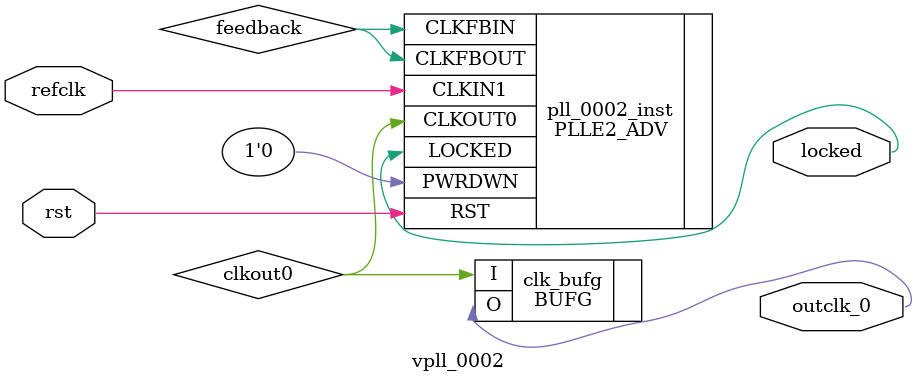
<source format=v>
`timescale 1ns/10ps
module  vpll_0002 (
	input  wire refclk,
	input  wire rst,
	output wire outclk_0,
	output wire locked
);

	wire feedback;
	wire clkout0;
	
	PLLE2_ADV #(
		.CLKFBOUT_MULT(6'd27),
		.CLKIN1_PERIOD(20.0),
		.CLKOUT0_DIVIDE(7'd50), // 27 MHz = 50 MHz * 27 / 50
		.CLKOUT0_PHASE(1'd0),
		.DIVCLK_DIVIDE(1'd1),
		.REF_JITTER1(0.01),
		.STARTUP_WAIT("FALSE")
	) pll_0002_inst (
		.CLKFBIN(feedback),
		.CLKIN1(refclk),
		.PWRDWN(1'b0),
		.RST(rst),
		.CLKFBOUT(feedback),
		.CLKOUT0(clkout0),
		.LOCKED(locked)
	);

	BUFG clk_bufg (.I(clkout0), .O(outclk_0));
	
endmodule


</source>
